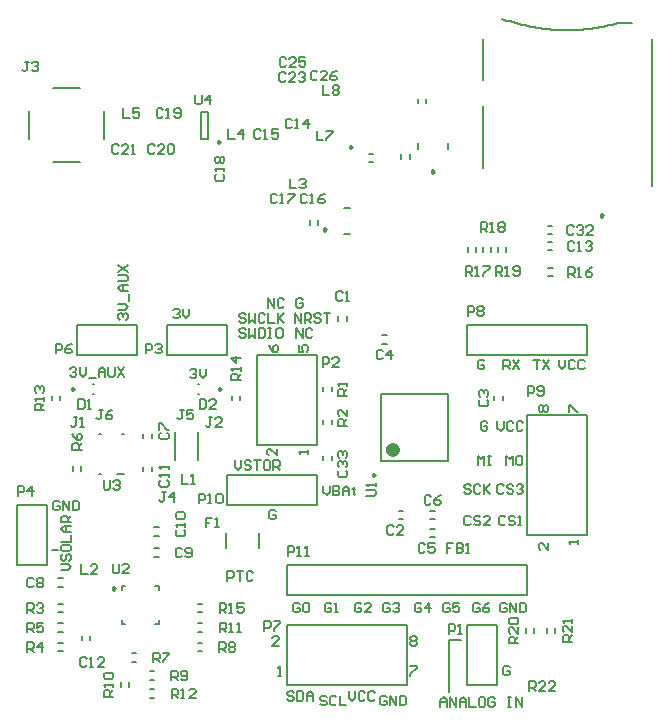
<source format=gto>
G04*
G04 #@! TF.GenerationSoftware,Altium Limited,Altium Designer,20.1.11 (218)*
G04*
G04 Layer_Color=65535*
%FSLAX25Y25*%
%MOIN*%
G70*
G04*
G04 #@! TF.SameCoordinates,CF1E9CB3-0BC2-4E6C-9A0D-545EBE8527ED*
G04*
G04*
G04 #@! TF.FilePolarity,Positive*
G04*
G01*
G75*
%ADD10C,0.00984*%
%ADD11C,0.01000*%
%ADD12C,0.02362*%
%ADD13C,0.00787*%
%ADD14C,0.00600*%
D10*
X177744Y237126D02*
X177006Y237552D01*
Y236700D01*
X177744Y237126D01*
X212717Y385890D02*
X211978Y386316D01*
Y385464D01*
X212717Y385890D01*
X163906Y303500D02*
X163167Y303926D01*
Y303074D01*
X163906Y303500D01*
X213079D02*
X212340Y303926D01*
Y303074D01*
X213079Y303500D01*
X256618Y384150D02*
X255880Y384576D01*
Y383723D01*
X256618Y384150D01*
X264366Y274807D02*
X263628Y275233D01*
Y274381D01*
X264366Y274807D01*
X340409Y361453D02*
X339671Y361879D01*
Y361027D01*
X340409Y361453D01*
X248012Y356744D02*
X247274Y357170D01*
Y356318D01*
X248012Y356744D01*
D11*
X284000Y376000D02*
X283250Y376433D01*
Y375567D01*
X284000Y376000D01*
D12*
X271256Y283370D02*
X270811Y284294D01*
X269812Y284522D01*
X269011Y283882D01*
Y282858D01*
X269812Y282219D01*
X270811Y282447D01*
X271256Y283370D01*
D13*
X306461Y427026D02*
X307411Y426685D01*
X308366Y426359D01*
X309326Y426049D01*
X310291Y425754D01*
X311260Y425474D01*
X312234Y425211D01*
X313213Y424963D01*
X314195Y424731D01*
X315180Y424514D01*
X316169Y424314D01*
X317161Y424130D01*
X318156Y423961D01*
X319154Y423809D01*
X320153Y423672D01*
X321155Y423552D01*
X322159Y423449D01*
X323164Y423361D01*
X324171Y423289D01*
X325178Y423234D01*
X326187Y423195D01*
X327196Y423172D01*
X328204Y423165D01*
X329214Y423175D01*
X330222Y423201D01*
X331230Y423243D01*
X332238Y423302D01*
X333244Y423377D01*
X334249Y423467D01*
X335252Y423574D01*
X336254Y423698D01*
X337253Y423837D01*
X338250Y423993D01*
X339245Y424164D01*
X340236Y424352D01*
X341225Y424555D01*
X342209Y424775D01*
X343191Y425010D01*
X344168Y425261D01*
X345141Y425528D01*
X215000Y265000D02*
X245000D01*
Y275000D01*
X215000D02*
X245000D01*
X215000Y265000D02*
Y275000D01*
X295000Y205000D02*
X305000D01*
X295000D02*
Y225000D01*
X305000D01*
Y205000D02*
Y225000D01*
X225000Y315000D02*
X245000D01*
X225000Y285000D02*
X245000D01*
X225000D02*
Y315000D01*
X245000Y285000D02*
Y315000D01*
Y295833D02*
Y315000D01*
X214488Y250539D02*
Y255461D01*
X225512Y250539D02*
Y255461D01*
X321813Y355122D02*
X323387D01*
X321813Y357878D02*
X323387D01*
X163622Y276213D02*
Y277787D01*
X166378Y276213D02*
Y277787D01*
X178443Y275244D02*
X180510D01*
X172242D02*
X172833D01*
X172242Y288630D02*
X172833D01*
X179919D02*
X180510D01*
X179622Y204213D02*
Y205787D01*
X182378Y204213D02*
Y205787D01*
X179811Y225315D02*
X180933D01*
X179811D02*
Y226437D01*
X191091Y225315D02*
X192213D01*
Y226437D01*
Y236595D02*
Y237717D01*
X191091D02*
X192213D01*
X179811D02*
X180933D01*
X179811Y236595D02*
Y237717D01*
X189862Y276126D02*
Y277701D01*
X187107Y276126D02*
Y277701D01*
X187107Y287126D02*
Y288701D01*
X189862Y287126D02*
Y288701D01*
X206319Y386972D02*
X208681D01*
X206319Y396028D02*
X208681D01*
Y386972D02*
Y396028D01*
X206319Y386972D02*
Y396028D01*
X242622Y358213D02*
Y359787D01*
X245378Y358213D02*
Y359787D01*
X254878Y326213D02*
Y327787D01*
X252122Y326213D02*
Y327787D01*
X262213Y379122D02*
X263787D01*
X262213Y381878D02*
X263787D01*
X272213Y262878D02*
X273787D01*
X272213Y260122D02*
X273787D01*
X300197Y349177D02*
Y350752D01*
X302953Y349177D02*
Y350752D01*
X305197Y349177D02*
Y350752D01*
X307953Y349177D02*
Y350752D01*
X314622Y222213D02*
Y223787D01*
X317378Y222213D02*
Y223787D01*
X321622Y222213D02*
Y223787D01*
X324378Y222213D02*
Y223787D01*
X158713Y225378D02*
X160287D01*
X158713Y222622D02*
X160287D01*
X158713Y216122D02*
X160287D01*
X158713Y218878D02*
X160287D01*
X158713Y237622D02*
X160287D01*
X158713Y240378D02*
X160287D01*
X158760Y229122D02*
X160335D01*
X158760Y231878D02*
X160335D01*
X170303Y301728D02*
X170697D01*
X170303Y305272D02*
X170697D01*
X183213Y215378D02*
X184787D01*
X183213Y212622D02*
X184787D01*
X189213Y206622D02*
X190787D01*
X189213Y209378D02*
X190787D01*
X189213Y203378D02*
X190787D01*
X189213Y200622D02*
X190787D01*
X190713Y254622D02*
X192287D01*
X190713Y257378D02*
X192287D01*
X190713Y247622D02*
X192287D01*
X190713Y250378D02*
X192287D01*
X205213Y216122D02*
X206787D01*
X205213Y218878D02*
X206787D01*
X205213Y222622D02*
X206787D01*
X205213Y225378D02*
X206787D01*
X205213Y229122D02*
X206787D01*
X205213Y231878D02*
X206787D01*
X205303Y305272D02*
X205697D01*
X205303Y301728D02*
X205697D01*
X288579Y279433D02*
Y301874D01*
X266138Y279433D02*
Y301874D01*
X288579D01*
X266138Y279433D02*
X288579D01*
X356650Y371098D02*
Y420114D01*
X300350Y377201D02*
Y397870D01*
Y406531D02*
Y420114D01*
X345142Y425528D02*
X349799D01*
X321913Y343878D02*
X323487D01*
X321913Y341122D02*
X323487D01*
X321813Y352678D02*
X323387D01*
X321813Y349922D02*
X323387D01*
X249878Y279713D02*
Y281287D01*
X247122Y279713D02*
Y281287D01*
Y302713D02*
Y304287D01*
X249878Y302713D02*
Y304287D01*
X254016Y363732D02*
X255984D01*
X254016Y355268D02*
X255984D01*
X282713Y260122D02*
X284287D01*
X282713Y262878D02*
X284287D01*
X295197Y349177D02*
Y350752D01*
X297953Y349177D02*
Y350752D01*
X159378Y299713D02*
Y301287D01*
X156622Y299713D02*
Y301287D01*
X166622Y219713D02*
Y221287D01*
X169378Y219713D02*
Y221287D01*
X197563Y279776D02*
Y289224D01*
X205437Y279776D02*
Y289224D01*
X219378Y299713D02*
Y301287D01*
X216622Y299713D02*
Y301287D01*
X249878Y291713D02*
Y293287D01*
X247122Y291713D02*
Y293287D01*
X282665Y254122D02*
X284240D01*
X282665Y256878D02*
X284240D01*
X266713Y321378D02*
X268287D01*
X266713Y318622D02*
X268287D01*
X306878Y299713D02*
Y301287D01*
X304122Y299713D02*
Y301287D01*
X145000Y245000D02*
Y265000D01*
Y245000D02*
X155000D01*
Y265000D01*
X145000D02*
X155000D01*
X275000Y205000D02*
Y225000D01*
X235000Y205000D02*
Y225000D01*
X275000D01*
X235000Y205000D02*
X275000D01*
X315000Y295000D02*
X335000D01*
X315000Y255000D02*
X335000D01*
X315000D02*
Y295000D01*
X335000Y255000D02*
Y295000D01*
X156874Y379098D02*
X166126D01*
X149098Y386874D02*
Y396126D01*
X156874Y403902D02*
X166126D01*
X173902Y386874D02*
Y396126D01*
X235000Y245000D02*
X315000D01*
X235000Y235000D02*
Y245000D01*
Y235000D02*
X315000D01*
Y245000D01*
X165000Y315000D02*
Y325000D01*
X185000D01*
Y315000D02*
Y325000D01*
X165000Y315000D02*
X185000D01*
X215000D02*
Y325000D01*
X195000Y315000D02*
X215000D01*
X195000D02*
Y325000D01*
X215000D01*
X295000Y315000D02*
Y325000D01*
X335000D01*
X295000Y315000D02*
X335000D01*
Y325000D01*
X278622Y398713D02*
Y400287D01*
X281378Y398713D02*
Y400287D01*
X275878Y380213D02*
Y381787D01*
X273122Y380213D02*
Y381787D01*
D14*
X156500Y250000D02*
X158500D01*
X289000Y220000D02*
X293000D01*
X289000Y202500D02*
Y220000D01*
X288500Y383500D02*
Y385500D01*
X278500Y383500D02*
Y385500D01*
X179201Y326600D02*
X178668Y327133D01*
Y328200D01*
X179201Y328733D01*
X179734D01*
X180267Y328200D01*
Y327666D01*
Y328200D01*
X180800Y328733D01*
X181334D01*
X181867Y328200D01*
Y327133D01*
X181334Y326600D01*
X178668Y329799D02*
X180800D01*
X181867Y330865D01*
X180800Y331932D01*
X178668D01*
X182400Y332998D02*
Y335131D01*
X181867Y336197D02*
X179734D01*
X178668Y337263D01*
X179734Y338330D01*
X181867D01*
X180267D01*
Y336197D01*
X178668Y339396D02*
X181334D01*
X181867Y339929D01*
Y340995D01*
X181334Y341529D01*
X178668D01*
Y342595D02*
X181867Y344727D01*
X178668D02*
X181867Y342595D01*
X217600Y279799D02*
Y277666D01*
X218666Y276600D01*
X219733Y277666D01*
Y279799D01*
X222932Y279266D02*
X222398Y279799D01*
X221332D01*
X220799Y279266D01*
Y278733D01*
X221332Y278200D01*
X222398D01*
X222932Y277666D01*
Y277133D01*
X222398Y276600D01*
X221332D01*
X220799Y277133D01*
X223998Y279799D02*
X226131D01*
X225064D01*
Y276600D01*
X228796Y279799D02*
X227730D01*
X227197Y279266D01*
Y277133D01*
X227730Y276600D01*
X228796D01*
X229330Y277133D01*
Y279266D01*
X228796Y279799D01*
X230396Y276600D02*
Y279799D01*
X231995D01*
X232528Y279266D01*
Y278200D01*
X231995Y277666D01*
X230396D01*
X231462D02*
X232528Y276600D01*
X247100Y271299D02*
Y269166D01*
X248166Y268100D01*
X249233Y269166D01*
Y271299D01*
X250299D02*
Y268100D01*
X251899D01*
X252432Y268633D01*
Y269166D01*
X251899Y269700D01*
X250299D01*
X251899D01*
X252432Y270233D01*
Y270766D01*
X251899Y271299D01*
X250299D01*
X253498Y268100D02*
Y270233D01*
X254564Y271299D01*
X255631Y270233D01*
Y268100D01*
Y269700D01*
X253498D01*
X257230Y270766D02*
Y270233D01*
X256697D01*
X257763D01*
X257230D01*
Y268633D01*
X257763Y268100D01*
X231233Y262766D02*
X230699Y263299D01*
X229633D01*
X229100Y262766D01*
Y260633D01*
X229633Y260100D01*
X230699D01*
X231233Y260633D01*
Y261700D01*
X230166D01*
X159701Y243100D02*
X161834D01*
X162900Y244166D01*
X161834Y245233D01*
X159701D01*
X160234Y248432D02*
X159701Y247899D01*
Y246832D01*
X160234Y246299D01*
X160767D01*
X161301Y246832D01*
Y247899D01*
X161834Y248432D01*
X162367D01*
X162900Y247899D01*
Y246832D01*
X162367Y246299D01*
X159701Y251097D02*
Y250031D01*
X160234Y249498D01*
X162367D01*
X162900Y250031D01*
Y251097D01*
X162367Y251631D01*
X160234D01*
X159701Y251097D01*
Y252697D02*
X162900D01*
Y254830D01*
Y255896D02*
X160767D01*
X159701Y256962D01*
X160767Y258029D01*
X162900D01*
X161301D01*
Y255896D01*
X162900Y259095D02*
X159701D01*
Y260694D01*
X160234Y261227D01*
X161301D01*
X161834Y260694D01*
Y259095D01*
Y260161D02*
X162900Y261227D01*
X159233Y265766D02*
X158700Y266299D01*
X157633D01*
X157100Y265766D01*
Y263633D01*
X157633Y263100D01*
X158700D01*
X159233Y263633D01*
Y264700D01*
X158166D01*
X160299Y263100D02*
Y266299D01*
X162432Y263100D01*
Y266299D01*
X163498D02*
Y263100D01*
X165097D01*
X165631Y263633D01*
Y265766D01*
X165097Y266299D01*
X163498D01*
X300733Y312766D02*
X300200Y313299D01*
X299133D01*
X298600Y312766D01*
Y310633D01*
X299133Y310100D01*
X300200D01*
X300733Y310633D01*
Y311700D01*
X299666D01*
X307100Y310100D02*
Y313299D01*
X308699D01*
X309233Y312766D01*
Y311700D01*
X308699Y311166D01*
X307100D01*
X308166D02*
X309233Y310100D01*
X310299Y313299D02*
X312432Y310100D01*
Y313299D02*
X310299Y310100D01*
X317100Y313299D02*
X319233D01*
X318166D01*
Y310100D01*
X320299Y313299D02*
X322432Y310100D01*
Y313299D02*
X320299Y310100D01*
X325600Y313299D02*
Y311166D01*
X326666Y310100D01*
X327733Y311166D01*
Y313299D01*
X330932Y312766D02*
X330399Y313299D01*
X329332D01*
X328799Y312766D01*
Y310633D01*
X329332Y310100D01*
X330399D01*
X330932Y310633D01*
X334131Y312766D02*
X333597Y313299D01*
X332531D01*
X331998Y312766D01*
Y310633D01*
X332531Y310100D01*
X333597D01*
X334131Y310633D01*
X301733Y292266D02*
X301200Y292799D01*
X300133D01*
X299600Y292266D01*
Y290133D01*
X300133Y289600D01*
X301200D01*
X301733Y290133D01*
Y291199D01*
X300666D01*
X305100Y292799D02*
Y290666D01*
X306166Y289600D01*
X307233Y290666D01*
Y292799D01*
X310432Y292266D02*
X309898Y292799D01*
X308832D01*
X308299Y292266D01*
Y290133D01*
X308832Y289600D01*
X309898D01*
X310432Y290133D01*
X313631Y292266D02*
X313097Y292799D01*
X312031D01*
X311498Y292266D01*
Y290133D01*
X312031Y289600D01*
X313097D01*
X313631Y290133D01*
X298600Y278100D02*
Y281299D01*
X299666Y280233D01*
X300733Y281299D01*
Y278100D01*
X301799Y281299D02*
X302865D01*
X302332D01*
Y278100D01*
X301799D01*
X302865D01*
X308100D02*
Y281299D01*
X309166Y280233D01*
X310233Y281299D01*
Y278100D01*
X312898Y281299D02*
X311832D01*
X311299Y280766D01*
Y278633D01*
X311832Y278100D01*
X312898D01*
X313432Y278633D01*
Y280766D01*
X312898Y281299D01*
X296233Y271266D02*
X295700Y271799D01*
X294633D01*
X294100Y271266D01*
Y270733D01*
X294633Y270199D01*
X295700D01*
X296233Y269666D01*
Y269133D01*
X295700Y268600D01*
X294633D01*
X294100Y269133D01*
X299432Y271266D02*
X298899Y271799D01*
X297832D01*
X297299Y271266D01*
Y269133D01*
X297832Y268600D01*
X298899D01*
X299432Y269133D01*
X300498Y271799D02*
Y268600D01*
Y269666D01*
X302631Y271799D01*
X301031Y270199D01*
X302631Y268600D01*
X307233Y271266D02*
X306699Y271799D01*
X305633D01*
X305100Y271266D01*
Y269133D01*
X305633Y268600D01*
X306699D01*
X307233Y269133D01*
X310432Y271266D02*
X309898Y271799D01*
X308832D01*
X308299Y271266D01*
Y270733D01*
X308832Y270199D01*
X309898D01*
X310432Y269666D01*
Y269133D01*
X309898Y268600D01*
X308832D01*
X308299Y269133D01*
X311498Y271266D02*
X312031Y271799D01*
X313097D01*
X313631Y271266D01*
Y270733D01*
X313097Y270199D01*
X312564D01*
X313097D01*
X313631Y269666D01*
Y269133D01*
X313097Y268600D01*
X312031D01*
X311498Y269133D01*
X296233Y260766D02*
X295700Y261299D01*
X294633D01*
X294100Y260766D01*
Y258633D01*
X294633Y258100D01*
X295700D01*
X296233Y258633D01*
X299432Y260766D02*
X298899Y261299D01*
X297832D01*
X297299Y260766D01*
Y260233D01*
X297832Y259700D01*
X298899D01*
X299432Y259166D01*
Y258633D01*
X298899Y258100D01*
X297832D01*
X297299Y258633D01*
X302631Y258100D02*
X300498D01*
X302631Y260233D01*
Y260766D01*
X302097Y261299D01*
X301031D01*
X300498Y260766D01*
X307733D02*
X307200Y261299D01*
X306133D01*
X305600Y260766D01*
Y258633D01*
X306133Y258100D01*
X307200D01*
X307733Y258633D01*
X310932Y260766D02*
X310399Y261299D01*
X309332D01*
X308799Y260766D01*
Y260233D01*
X309332Y259700D01*
X310399D01*
X310932Y259166D01*
Y258633D01*
X310399Y258100D01*
X309332D01*
X308799Y258633D01*
X311998Y258100D02*
X313064D01*
X312531D01*
Y261299D01*
X311998Y260766D01*
X309233Y210766D02*
X308699Y211299D01*
X307633D01*
X307100Y210766D01*
Y208633D01*
X307633Y208100D01*
X308699D01*
X309233Y208633D01*
Y209700D01*
X308166D01*
X308233Y231766D02*
X307699Y232299D01*
X306633D01*
X306100Y231766D01*
Y229633D01*
X306633Y229100D01*
X307699D01*
X308233Y229633D01*
Y230699D01*
X307166D01*
X309299Y229100D02*
Y232299D01*
X311432Y229100D01*
Y232299D01*
X312498D02*
Y229100D01*
X314097D01*
X314631Y229633D01*
Y231766D01*
X314097Y232299D01*
X312498D01*
X299233Y231766D02*
X298699Y232299D01*
X297633D01*
X297100Y231766D01*
Y229633D01*
X297633Y229100D01*
X298699D01*
X299233Y229633D01*
Y230699D01*
X298166D01*
X302432Y232299D02*
X301365Y231766D01*
X300299Y230699D01*
Y229633D01*
X300832Y229100D01*
X301899D01*
X302432Y229633D01*
Y230166D01*
X301899Y230699D01*
X300299D01*
X289233Y231766D02*
X288700Y232299D01*
X287633D01*
X287100Y231766D01*
Y229633D01*
X287633Y229100D01*
X288700D01*
X289233Y229633D01*
Y230699D01*
X288166D01*
X292432Y232299D02*
X290299D01*
Y230699D01*
X291365Y231233D01*
X291898D01*
X292432Y230699D01*
Y229633D01*
X291898Y229100D01*
X290832D01*
X290299Y229633D01*
X279733Y231766D02*
X279200Y232299D01*
X278133D01*
X277600Y231766D01*
Y229633D01*
X278133Y229100D01*
X279200D01*
X279733Y229633D01*
Y230699D01*
X278666D01*
X282399Y229100D02*
Y232299D01*
X280799Y230699D01*
X282932D01*
X269233Y231766D02*
X268700Y232299D01*
X267633D01*
X267100Y231766D01*
Y229633D01*
X267633Y229100D01*
X268700D01*
X269233Y229633D01*
Y230699D01*
X268166D01*
X270299Y231766D02*
X270832Y232299D01*
X271899D01*
X272432Y231766D01*
Y231233D01*
X271899Y230699D01*
X271365D01*
X271899D01*
X272432Y230166D01*
Y229633D01*
X271899Y229100D01*
X270832D01*
X270299Y229633D01*
X259733Y231766D02*
X259200Y232299D01*
X258133D01*
X257600Y231766D01*
Y229633D01*
X258133Y229100D01*
X259200D01*
X259733Y229633D01*
Y230699D01*
X258666D01*
X262932Y229100D02*
X260799D01*
X262932Y231233D01*
Y231766D01*
X262399Y232299D01*
X261332D01*
X260799Y231766D01*
X249733D02*
X249200Y232299D01*
X248133D01*
X247600Y231766D01*
Y229633D01*
X248133Y229100D01*
X249200D01*
X249733Y229633D01*
Y230699D01*
X248666D01*
X250799Y229100D02*
X251865D01*
X251332D01*
Y232299D01*
X250799Y231766D01*
X239233D02*
X238700Y232299D01*
X237633D01*
X237100Y231766D01*
Y229633D01*
X237633Y229100D01*
X238700D01*
X239233Y229633D01*
Y230699D01*
X238166D01*
X240299Y231766D02*
X240832Y232299D01*
X241898D01*
X242432Y231766D01*
Y229633D01*
X241898Y229100D01*
X240832D01*
X240299Y229633D01*
Y231766D01*
X286100Y197600D02*
Y199733D01*
X287166Y200799D01*
X288233Y199733D01*
Y197600D01*
Y199199D01*
X286100D01*
X289299Y197600D02*
Y200799D01*
X291432Y197600D01*
Y200799D01*
X292498Y197600D02*
Y199733D01*
X293564Y200799D01*
X294631Y199733D01*
Y197600D01*
Y199199D01*
X292498D01*
X295697Y200799D02*
Y197600D01*
X297830D01*
X300495Y200799D02*
X299429D01*
X298896Y200266D01*
Y198133D01*
X299429Y197600D01*
X300495D01*
X301028Y198133D01*
Y200266D01*
X300495Y200799D01*
X304227Y200266D02*
X303694Y200799D01*
X302628D01*
X302095Y200266D01*
Y198133D01*
X302628Y197600D01*
X303694D01*
X304227Y198133D01*
Y199199D01*
X303161D01*
X308493Y200799D02*
X309559D01*
X309026D01*
Y197600D01*
X308493D01*
X309559D01*
X311159D02*
Y200799D01*
X313291Y197600D01*
Y200799D01*
X268233Y200766D02*
X267700Y201299D01*
X266633D01*
X266100Y200766D01*
Y198633D01*
X266633Y198100D01*
X267700D01*
X268233Y198633D01*
Y199699D01*
X267166D01*
X269299Y198100D02*
Y201299D01*
X271432Y198100D01*
Y201299D01*
X272498D02*
Y198100D01*
X274097D01*
X274631Y198633D01*
Y200766D01*
X274097Y201299D01*
X272498D01*
X255600Y202799D02*
Y200666D01*
X256666Y199600D01*
X257733Y200666D01*
Y202799D01*
X260932Y202266D02*
X260399Y202799D01*
X259332D01*
X258799Y202266D01*
Y200133D01*
X259332Y199600D01*
X260399D01*
X260932Y200133D01*
X264131Y202266D02*
X263597Y202799D01*
X262531D01*
X261998Y202266D01*
Y200133D01*
X262531Y199600D01*
X263597D01*
X264131Y200133D01*
X248233Y200766D02*
X247699Y201299D01*
X246633D01*
X246100Y200766D01*
Y200233D01*
X246633Y199699D01*
X247699D01*
X248233Y199166D01*
Y198633D01*
X247699Y198100D01*
X246633D01*
X246100Y198633D01*
X251432Y200766D02*
X250899Y201299D01*
X249832D01*
X249299Y200766D01*
Y198633D01*
X249832Y198100D01*
X250899D01*
X251432Y198633D01*
X252498Y201299D02*
Y198100D01*
X254631D01*
X237233Y202266D02*
X236700Y202799D01*
X235633D01*
X235100Y202266D01*
Y201733D01*
X235633Y201200D01*
X236700D01*
X237233Y200666D01*
Y200133D01*
X236700Y199600D01*
X235633D01*
X235100Y200133D01*
X238299Y202799D02*
Y199600D01*
X239898D01*
X240432Y200133D01*
Y202266D01*
X239898Y202799D01*
X238299D01*
X241498Y199600D02*
Y201733D01*
X242564Y202799D01*
X243631Y201733D01*
Y199600D01*
Y201200D01*
X241498D01*
X228600Y330600D02*
Y333799D01*
X230733Y330600D01*
Y333799D01*
X233932Y333266D02*
X233399Y333799D01*
X232332D01*
X231799Y333266D01*
Y331133D01*
X232332Y330600D01*
X233399D01*
X233932Y331133D01*
X221233Y323266D02*
X220700Y323799D01*
X219633D01*
X219100Y323266D01*
Y322733D01*
X219633Y322200D01*
X220700D01*
X221233Y321666D01*
Y321133D01*
X220700Y320600D01*
X219633D01*
X219100Y321133D01*
X222299Y323799D02*
Y320600D01*
X223365Y321666D01*
X224432Y320600D01*
Y323799D01*
X225498D02*
Y320600D01*
X227097D01*
X227631Y321133D01*
Y323266D01*
X227097Y323799D01*
X225498D01*
X228697D02*
X229763D01*
X229230D01*
Y320600D01*
X228697D01*
X229763D01*
X232962Y323799D02*
X231896D01*
X231363Y323266D01*
Y321133D01*
X231896Y320600D01*
X232962D01*
X233495Y321133D01*
Y323266D01*
X232962Y323799D01*
X221233Y328266D02*
X220700Y328799D01*
X219633D01*
X219100Y328266D01*
Y327733D01*
X219633Y327200D01*
X220700D01*
X221233Y326666D01*
Y326133D01*
X220700Y325600D01*
X219633D01*
X219100Y326133D01*
X222299Y328799D02*
Y325600D01*
X223365Y326666D01*
X224432Y325600D01*
Y328799D01*
X227631Y328266D02*
X227097Y328799D01*
X226031D01*
X225498Y328266D01*
Y326133D01*
X226031Y325600D01*
X227097D01*
X227631Y326133D01*
X228697Y328799D02*
Y325600D01*
X230830D01*
X231896Y328799D02*
Y325600D01*
Y326666D01*
X234029Y328799D01*
X232429Y327200D01*
X234029Y325600D01*
X238100Y320600D02*
Y323799D01*
X240233Y320600D01*
Y323799D01*
X243432Y323266D02*
X242899Y323799D01*
X241832D01*
X241299Y323266D01*
Y321133D01*
X241832Y320600D01*
X242899D01*
X243432Y321133D01*
X237600Y325600D02*
Y328799D01*
X239733Y325600D01*
Y328799D01*
X240799Y325600D02*
Y328799D01*
X242399D01*
X242932Y328266D01*
Y327200D01*
X242399Y326666D01*
X240799D01*
X241865D02*
X242932Y325600D01*
X246131Y328266D02*
X245597Y328799D01*
X244531D01*
X243998Y328266D01*
Y327733D01*
X244531Y327200D01*
X245597D01*
X246131Y326666D01*
Y326133D01*
X245597Y325600D01*
X244531D01*
X243998Y326133D01*
X247197Y328799D02*
X249330D01*
X248263D01*
Y325600D01*
X240233Y333266D02*
X239700Y333799D01*
X238633D01*
X238100Y333266D01*
Y331133D01*
X238633Y330600D01*
X239700D01*
X240233Y331133D01*
Y332200D01*
X239166D01*
X228801Y318133D02*
X229334Y317066D01*
X230400Y316000D01*
X231467D01*
X232000Y316533D01*
Y317600D01*
X231467Y318133D01*
X230934D01*
X230400Y317600D01*
Y316000D01*
X238801Y318133D02*
Y316000D01*
X240401D01*
X239867Y317066D01*
Y317600D01*
X240401Y318133D01*
X241467D01*
X242000Y317600D01*
Y316533D01*
X241467Y316000D01*
X231500Y283633D02*
Y281500D01*
X229367Y283633D01*
X228834D01*
X228301Y283100D01*
Y282033D01*
X228834Y281500D01*
X242000Y282000D02*
Y283066D01*
Y282533D01*
X238801D01*
X239334Y282000D01*
X215100Y239600D02*
Y242799D01*
X216700D01*
X217233Y242266D01*
Y241199D01*
X216700Y240666D01*
X215100D01*
X218299Y242799D02*
X220432D01*
X219365D01*
Y239600D01*
X223631Y242266D02*
X223097Y242799D01*
X222031D01*
X221498Y242266D01*
Y240133D01*
X222031Y239600D01*
X223097D01*
X223631Y240133D01*
X276000Y220666D02*
X276533Y221199D01*
X277600D01*
X278133Y220666D01*
Y220133D01*
X277600Y219600D01*
X278133Y219066D01*
Y218533D01*
X277600Y218000D01*
X276533D01*
X276000Y218533D01*
Y219066D01*
X276533Y219600D01*
X276000Y220133D01*
Y220666D01*
X276533Y219600D02*
X277600D01*
X276000Y211199D02*
X278133D01*
Y210666D01*
X276000Y208533D01*
Y208000D01*
X232000D02*
X233066D01*
X232533D01*
Y211199D01*
X232000Y210666D01*
X232133Y218000D02*
X230000D01*
X232133Y220133D01*
Y220666D01*
X231599Y221199D01*
X230533D01*
X230000Y220666D01*
X319334Y296000D02*
X318801Y296533D01*
Y297600D01*
X319334Y298133D01*
X319867D01*
X320401Y297600D01*
X320934Y298133D01*
X321467D01*
X322000Y297600D01*
Y296533D01*
X321467Y296000D01*
X320934D01*
X320401Y296533D01*
X319867Y296000D01*
X319334D01*
X320401Y296533D02*
Y297600D01*
X328801Y296000D02*
Y298133D01*
X329334D01*
X331467Y296000D01*
X332000D01*
Y252000D02*
Y253066D01*
Y252533D01*
X328801D01*
X329334Y252000D01*
X322000Y252133D02*
Y250000D01*
X319867Y252133D01*
X319334D01*
X318801Y251600D01*
Y250533D01*
X319334Y250000D01*
X202600Y309766D02*
X203133Y310299D01*
X204200D01*
X204733Y309766D01*
Y309233D01*
X204200Y308699D01*
X203666D01*
X204200D01*
X204733Y308166D01*
Y307633D01*
X204200Y307100D01*
X203133D01*
X202600Y307633D01*
X205799Y310299D02*
Y308166D01*
X206865Y307100D01*
X207932Y308166D01*
Y310299D01*
X197100Y329766D02*
X197633Y330299D01*
X198699D01*
X199233Y329766D01*
Y329233D01*
X198699Y328699D01*
X198166D01*
X198699D01*
X199233Y328166D01*
Y327633D01*
X198699Y327100D01*
X197633D01*
X197100Y327633D01*
X200299Y330299D02*
Y328166D01*
X201365Y327100D01*
X202432Y328166D01*
Y330299D01*
X162600Y310299D02*
X163133Y310832D01*
X164199D01*
X164733Y310299D01*
Y309766D01*
X164199Y309233D01*
X163666D01*
X164199D01*
X164733Y308699D01*
Y308166D01*
X164199Y307633D01*
X163133D01*
X162600Y308166D01*
X165799Y310832D02*
Y308699D01*
X166865Y307633D01*
X167932Y308699D01*
Y310832D01*
X168998Y307100D02*
X171131D01*
X172197Y307633D02*
Y309766D01*
X173263Y310832D01*
X174329Y309766D01*
Y307633D01*
Y309233D01*
X172197D01*
X175396Y310832D02*
Y308166D01*
X175929Y307633D01*
X176995D01*
X177529Y308166D01*
Y310832D01*
X178595D02*
X180728Y307633D01*
Y310832D02*
X178595Y307633D01*
X210000Y260599D02*
X207867D01*
Y259000D01*
X208934D01*
X207867D01*
Y257400D01*
X211066D02*
X212133D01*
X211599D01*
Y260599D01*
X211066Y260066D01*
X235200Y248000D02*
Y251199D01*
X236800D01*
X237333Y250666D01*
Y249600D01*
X236800Y249066D01*
X235200D01*
X238399Y248000D02*
X239465D01*
X238932D01*
Y251199D01*
X238399Y250666D01*
X241065Y248000D02*
X242131D01*
X241598D01*
Y251199D01*
X241065Y250666D01*
X315735Y202901D02*
Y206100D01*
X317334D01*
X317867Y205566D01*
Y204500D01*
X317334Y203967D01*
X315735D01*
X316801D02*
X317867Y202901D01*
X321066D02*
X318934D01*
X321066Y205033D01*
Y205566D01*
X320533Y206100D01*
X319467D01*
X318934Y205566D01*
X324265Y202901D02*
X322133D01*
X324265Y205033D01*
Y205566D01*
X323732Y206100D01*
X322666D01*
X322133Y205566D01*
X330100Y219268D02*
X326901D01*
Y220867D01*
X327434Y221400D01*
X328500D01*
X329033Y220867D01*
Y219268D01*
Y220334D02*
X330100Y221400D01*
Y224600D02*
Y222467D01*
X327967Y224600D01*
X327434D01*
X326901Y224066D01*
Y223000D01*
X327434Y222467D01*
X330100Y225666D02*
Y226732D01*
Y226199D01*
X326901D01*
X327434Y225666D01*
X312100Y218735D02*
X308900D01*
Y220334D01*
X309434Y220867D01*
X310500D01*
X311033Y220334D01*
Y218735D01*
Y219801D02*
X312100Y220867D01*
Y224066D02*
Y221934D01*
X309967Y224066D01*
X309434D01*
X308900Y223533D01*
Y222467D01*
X309434Y221934D01*
Y225133D02*
X308900Y225666D01*
Y226732D01*
X309434Y227265D01*
X311566D01*
X312100Y226732D01*
Y225666D01*
X311566Y225133D01*
X309434D01*
X205501Y265401D02*
Y268600D01*
X207101D01*
X207634Y268066D01*
Y267000D01*
X207101Y266467D01*
X205501D01*
X208700Y265401D02*
X209767D01*
X209233D01*
Y268600D01*
X208700Y268066D01*
X211366D02*
X211899Y268600D01*
X212965D01*
X213499Y268066D01*
Y265934D01*
X212965Y265401D01*
X211899D01*
X211366Y265934D01*
Y268066D01*
X315200Y301300D02*
Y304499D01*
X316799D01*
X317333Y303966D01*
Y302900D01*
X316799Y302366D01*
X315200D01*
X318399Y301833D02*
X318932Y301300D01*
X319999D01*
X320532Y301833D01*
Y303966D01*
X319999Y304499D01*
X318932D01*
X318399Y303966D01*
Y303433D01*
X318932Y302900D01*
X320532D01*
X295200Y328000D02*
Y331199D01*
X296799D01*
X297333Y330666D01*
Y329599D01*
X296799Y329066D01*
X295200D01*
X298399Y330666D02*
X298932Y331199D01*
X299998D01*
X300532Y330666D01*
Y330133D01*
X299998Y329599D01*
X300532Y329066D01*
Y328533D01*
X299998Y328000D01*
X298932D01*
X298399Y328533D01*
Y329066D01*
X298932Y329599D01*
X298399Y330133D01*
Y330666D01*
X298932Y329599D02*
X299998D01*
X227334Y222901D02*
Y226099D01*
X228934D01*
X229467Y225566D01*
Y224500D01*
X228934Y223967D01*
X227334D01*
X230533Y226099D02*
X232666D01*
Y225566D01*
X230533Y223434D01*
Y222901D01*
X252434Y276367D02*
X251901Y275834D01*
Y274768D01*
X252434Y274235D01*
X254566D01*
X255100Y274768D01*
Y275834D01*
X254566Y276367D01*
X252434Y277434D02*
X251901Y277967D01*
Y279033D01*
X252434Y279566D01*
X252967D01*
X253500Y279033D01*
Y278500D01*
Y279033D01*
X254033Y279566D01*
X254566D01*
X255100Y279033D01*
Y277967D01*
X254566Y277434D01*
X252434Y280633D02*
X251901Y281166D01*
Y282232D01*
X252434Y282765D01*
X252967D01*
X253500Y282232D01*
Y281699D01*
Y282232D01*
X254033Y282765D01*
X254566D01*
X255100Y282232D01*
Y281166D01*
X254566Y280633D01*
X330467Y357566D02*
X329934Y358100D01*
X328868D01*
X328335Y357566D01*
Y355434D01*
X328868Y354901D01*
X329934D01*
X330467Y355434D01*
X331534Y357566D02*
X332067Y358100D01*
X333133D01*
X333666Y357566D01*
Y357033D01*
X333133Y356500D01*
X332600D01*
X333133D01*
X333666Y355967D01*
Y355434D01*
X333133Y354901D01*
X332067D01*
X331534Y355434D01*
X336865Y354901D02*
X334733D01*
X336865Y357033D01*
Y357566D01*
X336332Y358100D01*
X335266D01*
X334733Y357566D01*
X173467Y296600D02*
X172400D01*
X172934D01*
Y293934D01*
X172400Y293401D01*
X171867D01*
X171334Y293934D01*
X176666Y296600D02*
X175600Y296066D01*
X174533Y295000D01*
Y293934D01*
X175066Y293401D01*
X176133D01*
X176666Y293934D01*
Y294467D01*
X176133Y295000D01*
X174533D01*
X200467Y296600D02*
X199400D01*
X199934D01*
Y293934D01*
X199400Y293401D01*
X198867D01*
X198334Y293934D01*
X203666Y296600D02*
X201533D01*
Y295000D01*
X202600Y295533D01*
X203133D01*
X203666Y295000D01*
Y293934D01*
X203133Y293401D01*
X202066D01*
X201533Y293934D01*
X194467Y269099D02*
X193401D01*
X193934D01*
Y266434D01*
X193401Y265900D01*
X192867D01*
X192334Y266434D01*
X197133Y265900D02*
Y269099D01*
X195533Y267500D01*
X197666D01*
X204334Y401600D02*
Y398934D01*
X204867Y398400D01*
X205934D01*
X206467Y398934D01*
Y401600D01*
X209133Y398400D02*
Y401600D01*
X207533Y400000D01*
X209666D01*
X173834Y273099D02*
Y270434D01*
X174367Y269900D01*
X175434D01*
X175967Y270434D01*
Y273099D01*
X177033Y272566D02*
X177566Y273099D01*
X178633D01*
X179166Y272566D01*
Y272033D01*
X178633Y271500D01*
X178100D01*
X178633D01*
X179166Y270967D01*
Y270434D01*
X178633Y269900D01*
X177566D01*
X177033Y270434D01*
X176900Y245299D02*
Y242633D01*
X177433Y242100D01*
X178499D01*
X179033Y242633D01*
Y245299D01*
X182232Y242100D02*
X180099D01*
X182232Y244233D01*
Y244766D01*
X181699Y245299D01*
X180632D01*
X180099Y244766D01*
X261401Y267867D02*
X264066D01*
X264599Y268401D01*
Y269467D01*
X264066Y270000D01*
X261401D01*
X264599Y271066D02*
Y272133D01*
Y271600D01*
X261401D01*
X261934Y271066D01*
X304576Y341365D02*
Y344564D01*
X306176D01*
X306709Y344031D01*
Y342965D01*
X306176Y342431D01*
X304576D01*
X305642D02*
X306709Y341365D01*
X307775D02*
X308841D01*
X308308D01*
Y344564D01*
X307775Y344031D01*
X310441Y341898D02*
X310974Y341365D01*
X312040D01*
X312574Y341898D01*
Y344031D01*
X312040Y344564D01*
X310974D01*
X310441Y344031D01*
Y343498D01*
X310974Y342965D01*
X312574D01*
X299576Y355865D02*
Y359064D01*
X301176D01*
X301709Y358531D01*
Y357465D01*
X301176Y356931D01*
X299576D01*
X300642D02*
X301709Y355865D01*
X302775D02*
X303841D01*
X303308D01*
Y359064D01*
X302775Y358531D01*
X305441D02*
X305974Y359064D01*
X307040D01*
X307574Y358531D01*
Y357998D01*
X307040Y357465D01*
X307574Y356931D01*
Y356398D01*
X307040Y355865D01*
X305974D01*
X305441Y356398D01*
Y356931D01*
X305974Y357465D01*
X305441Y357998D01*
Y358531D01*
X305974Y357465D02*
X307040D01*
X294576Y341365D02*
Y344564D01*
X296176D01*
X296709Y344031D01*
Y342965D01*
X296176Y342431D01*
X294576D01*
X295642D02*
X296709Y341365D01*
X297775D02*
X298841D01*
X298308D01*
Y344564D01*
X297775Y344031D01*
X300441Y344564D02*
X302573D01*
Y344031D01*
X300441Y341898D01*
Y341365D01*
X328701Y340900D02*
Y344099D01*
X330301D01*
X330834Y343566D01*
Y342500D01*
X330301Y341967D01*
X328701D01*
X329768D02*
X330834Y340900D01*
X331900D02*
X332967D01*
X332433D01*
Y344099D01*
X331900Y343566D01*
X336699Y344099D02*
X335632Y343566D01*
X334566Y342500D01*
Y341434D01*
X335099Y340900D01*
X336165D01*
X336699Y341434D01*
Y341967D01*
X336165Y342500D01*
X334566D01*
X212501Y228901D02*
Y232100D01*
X214101D01*
X214634Y231566D01*
Y230500D01*
X214101Y229967D01*
X212501D01*
X213568D02*
X214634Y228901D01*
X215700D02*
X216767D01*
X216233D01*
Y232100D01*
X215700Y231566D01*
X220499Y232100D02*
X218366D01*
Y230500D01*
X219432Y231033D01*
X219966D01*
X220499Y230500D01*
Y229434D01*
X219966Y228901D01*
X218899D01*
X218366Y229434D01*
X219600Y306501D02*
X216401D01*
Y308101D01*
X216934Y308634D01*
X218000D01*
X218533Y308101D01*
Y306501D01*
Y307568D02*
X219600Y308634D01*
Y309700D02*
Y310767D01*
Y310233D01*
X216401D01*
X216934Y309700D01*
X219600Y313966D02*
X216401D01*
X218000Y312366D01*
Y314499D01*
X154100Y296501D02*
X150900D01*
Y298101D01*
X151434Y298634D01*
X152500D01*
X153033Y298101D01*
Y296501D01*
Y297568D02*
X154100Y298634D01*
Y299700D02*
Y300767D01*
Y300233D01*
X150900D01*
X151434Y299700D01*
Y302366D02*
X150900Y302899D01*
Y303965D01*
X151434Y304499D01*
X151967D01*
X152500Y303965D01*
Y303432D01*
Y303965D01*
X153033Y304499D01*
X153566D01*
X154100Y303965D01*
Y302899D01*
X153566Y302366D01*
X196501Y200400D02*
Y203600D01*
X198101D01*
X198634Y203066D01*
Y202000D01*
X198101Y201467D01*
X196501D01*
X197568D02*
X198634Y200400D01*
X199700D02*
X200767D01*
X200233D01*
Y203600D01*
X199700Y203066D01*
X204499Y200400D02*
X202366D01*
X204499Y202533D01*
Y203066D01*
X203966Y203600D01*
X202899D01*
X202366Y203066D01*
X212534Y222400D02*
Y225600D01*
X214134D01*
X214667Y225066D01*
Y224000D01*
X214134Y223467D01*
X212534D01*
X213601D02*
X214667Y222400D01*
X215733D02*
X216800D01*
X216267D01*
Y225600D01*
X215733Y225066D01*
X218399Y222400D02*
X219465D01*
X218932D01*
Y225600D01*
X218399Y225066D01*
X177100Y201001D02*
X173900D01*
Y202601D01*
X174434Y203134D01*
X175500D01*
X176033Y202601D01*
Y201001D01*
Y202068D02*
X177100Y203134D01*
Y204200D02*
Y205267D01*
Y204733D01*
X173900D01*
X174434Y204200D01*
Y206866D02*
X173900Y207399D01*
Y208466D01*
X174434Y208999D01*
X176566D01*
X177100Y208466D01*
Y207399D01*
X176566Y206866D01*
X174434D01*
X196334Y206400D02*
Y209599D01*
X197934D01*
X198467Y209066D01*
Y208000D01*
X197934Y207467D01*
X196334D01*
X197400D02*
X198467Y206400D01*
X199533Y206934D02*
X200066Y206400D01*
X201133D01*
X201666Y206934D01*
Y209066D01*
X201133Y209599D01*
X200066D01*
X199533Y209066D01*
Y208533D01*
X200066Y208000D01*
X201666D01*
X212334Y215900D02*
Y219099D01*
X213934D01*
X214467Y218566D01*
Y217500D01*
X213934Y216967D01*
X212334D01*
X213401D02*
X214467Y215900D01*
X215533Y218566D02*
X216066Y219099D01*
X217133D01*
X217666Y218566D01*
Y218033D01*
X217133Y217500D01*
X217666Y216967D01*
Y216434D01*
X217133Y215900D01*
X216066D01*
X215533Y216434D01*
Y216967D01*
X216066Y217500D01*
X215533Y218033D01*
Y218566D01*
X216066Y217500D02*
X217133D01*
X190334Y212401D02*
Y215599D01*
X191934D01*
X192467Y215066D01*
Y214000D01*
X191934Y213467D01*
X190334D01*
X191401D02*
X192467Y212401D01*
X193533Y215599D02*
X195666D01*
Y215066D01*
X193533Y212934D01*
Y212401D01*
X166600Y283334D02*
X163400D01*
Y284934D01*
X163934Y285467D01*
X165000D01*
X165533Y284934D01*
Y283334D01*
Y284401D02*
X166600Y285467D01*
X163400Y288666D02*
X163934Y287599D01*
X165000Y286533D01*
X166066D01*
X166600Y287066D01*
Y288133D01*
X166066Y288666D01*
X165533D01*
X165000Y288133D01*
Y286533D01*
X148334Y222400D02*
Y225600D01*
X149934D01*
X150467Y225066D01*
Y224000D01*
X149934Y223467D01*
X148334D01*
X149400D02*
X150467Y222400D01*
X153666Y225600D02*
X151533D01*
Y224000D01*
X152600Y224533D01*
X153133D01*
X153666Y224000D01*
Y222934D01*
X153133Y222400D01*
X152066D01*
X151533Y222934D01*
X148334Y215900D02*
Y219099D01*
X149934D01*
X150467Y218566D01*
Y217500D01*
X149934Y216967D01*
X148334D01*
X149400D02*
X150467Y215900D01*
X153133D02*
Y219099D01*
X151533Y217500D01*
X153666D01*
X148381Y228901D02*
Y232100D01*
X149981D01*
X150514Y231566D01*
Y230500D01*
X149981Y229967D01*
X148381D01*
X149448D02*
X150514Y228901D01*
X151580Y231566D02*
X152114Y232100D01*
X153180D01*
X153713Y231566D01*
Y231033D01*
X153180Y230500D01*
X152647D01*
X153180D01*
X153713Y229967D01*
Y229434D01*
X153180Y228901D01*
X152114D01*
X151580Y229434D01*
X255100Y291334D02*
X251901D01*
Y292934D01*
X252434Y293467D01*
X253500D01*
X254033Y292934D01*
Y291334D01*
Y292401D02*
X255100Y293467D01*
Y296666D02*
Y294533D01*
X252967Y296666D01*
X252434D01*
X251901Y296133D01*
Y295066D01*
X252434Y294533D01*
X255100Y301367D02*
X251901D01*
Y302967D01*
X252434Y303500D01*
X253500D01*
X254033Y302967D01*
Y301367D01*
Y302434D02*
X255100Y303500D01*
Y304566D02*
Y305633D01*
Y305100D01*
X251901D01*
X252434Y304566D01*
X157834Y315401D02*
Y318600D01*
X159434D01*
X159967Y318066D01*
Y317000D01*
X159434Y316467D01*
X157834D01*
X163166Y318600D02*
X162100Y318066D01*
X161033Y317000D01*
Y315934D01*
X161566Y315401D01*
X162633D01*
X163166Y315934D01*
Y316467D01*
X162633Y317000D01*
X161033D01*
X145200Y268000D02*
Y271199D01*
X146800D01*
X147333Y270666D01*
Y269600D01*
X146800Y269066D01*
X145200D01*
X149998Y268000D02*
Y271199D01*
X148399Y269600D01*
X150532D01*
X187834Y315401D02*
Y318600D01*
X189434D01*
X189967Y318066D01*
Y317000D01*
X189434Y316467D01*
X187834D01*
X191033Y318066D02*
X191566Y318600D01*
X192633D01*
X193166Y318066D01*
Y317533D01*
X192633Y317000D01*
X192099D01*
X192633D01*
X193166Y316467D01*
Y315934D01*
X192633Y315401D01*
X191566D01*
X191033Y315934D01*
X246834Y310900D02*
Y314100D01*
X248434D01*
X248967Y313566D01*
Y312500D01*
X248434Y311967D01*
X246834D01*
X252166Y310900D02*
X250033D01*
X252166Y313033D01*
Y313566D01*
X251633Y314100D01*
X250566D01*
X250033Y313566D01*
X288867Y221901D02*
Y225099D01*
X290467D01*
X291000Y224566D01*
Y223500D01*
X290467Y222967D01*
X288867D01*
X292066Y221901D02*
X293133D01*
X292600D01*
Y225099D01*
X292066Y224566D01*
X246934Y404800D02*
Y401601D01*
X249067D01*
X250133Y404266D02*
X250666Y404800D01*
X251733D01*
X252266Y404266D01*
Y403733D01*
X251733Y403200D01*
X252266Y402667D01*
Y402134D01*
X251733Y401601D01*
X250666D01*
X250133Y402134D01*
Y402667D01*
X250666Y403200D01*
X250133Y403733D01*
Y404266D01*
X250666Y403200D02*
X251733D01*
X244834Y389599D02*
Y386401D01*
X246967D01*
X248033Y389599D02*
X250166D01*
Y389066D01*
X248033Y386934D01*
Y386401D01*
X180334Y397099D02*
Y393900D01*
X182467D01*
X185666Y397099D02*
X183533D01*
Y395500D01*
X184599Y396033D01*
X185133D01*
X185666Y395500D01*
Y394434D01*
X185133Y393900D01*
X184066D01*
X183533Y394434D01*
X215334Y390100D02*
Y386900D01*
X217467D01*
X220133D02*
Y390100D01*
X218533Y388500D01*
X220666D01*
X235834Y373600D02*
Y370401D01*
X237967D01*
X239033Y373066D02*
X239566Y373600D01*
X240633D01*
X241166Y373066D01*
Y372533D01*
X240633Y372000D01*
X240100D01*
X240633D01*
X241166Y371467D01*
Y370934D01*
X240633Y370401D01*
X239566D01*
X239033Y370934D01*
X166334Y245099D02*
Y241900D01*
X168467D01*
X171666D02*
X169533D01*
X171666Y244033D01*
Y244566D01*
X171133Y245099D01*
X170066D01*
X169533Y244566D01*
X199867Y275099D02*
Y271901D01*
X202000D01*
X203066D02*
X204133D01*
X203600D01*
Y275099D01*
X203066Y274566D01*
X148833Y412699D02*
X147766D01*
X148300D01*
Y410033D01*
X147766Y409500D01*
X147233D01*
X146700Y410033D01*
X149899Y412166D02*
X150432Y412699D01*
X151498D01*
X152032Y412166D01*
Y411633D01*
X151498Y411099D01*
X150965D01*
X151498D01*
X152032Y410566D01*
Y410033D01*
X151498Y409500D01*
X150432D01*
X149899Y410033D01*
X209967Y294099D02*
X208900D01*
X209434D01*
Y291434D01*
X208900Y290900D01*
X208367D01*
X207834Y291434D01*
X213166Y290900D02*
X211033D01*
X213166Y293033D01*
Y293566D01*
X212633Y294099D01*
X211566D01*
X211033Y293566D01*
X165000Y294099D02*
X163934D01*
X164467D01*
Y291434D01*
X163934Y290900D01*
X163400D01*
X162867Y291434D01*
X166066Y290900D02*
X167133D01*
X166600D01*
Y294099D01*
X166066Y293566D01*
X290401Y252099D02*
X288268D01*
Y250500D01*
X289334D01*
X288268D01*
Y248901D01*
X291467Y252099D02*
Y248901D01*
X293066D01*
X293600Y249434D01*
Y249967D01*
X293066Y250500D01*
X291467D01*
X293066D01*
X293600Y251033D01*
Y251566D01*
X293066Y252099D01*
X291467D01*
X294666Y248901D02*
X295732D01*
X295199D01*
Y252099D01*
X294666Y251566D01*
X205834Y300099D02*
Y296901D01*
X207434D01*
X207967Y297434D01*
Y299566D01*
X207434Y300099D01*
X205834D01*
X211166Y296901D02*
X209033D01*
X211166Y299033D01*
Y299566D01*
X210633Y300099D01*
X209566D01*
X209033Y299566D01*
X165367Y300099D02*
Y296901D01*
X166967D01*
X167500Y297434D01*
Y299566D01*
X166967Y300099D01*
X165367D01*
X168566Y296901D02*
X169633D01*
X169099D01*
Y300099D01*
X168566Y299566D01*
X245067Y409066D02*
X244534Y409599D01*
X243468D01*
X242935Y409066D01*
Y406934D01*
X243468Y406400D01*
X244534D01*
X245067Y406934D01*
X248266Y406400D02*
X246134D01*
X248266Y408533D01*
Y409066D01*
X247733Y409599D01*
X246667D01*
X246134Y409066D01*
X251465Y409599D02*
X250399Y409066D01*
X249333Y408000D01*
Y406934D01*
X249866Y406400D01*
X250932D01*
X251465Y406934D01*
Y407467D01*
X250932Y408000D01*
X249333D01*
X234667Y413566D02*
X234134Y414100D01*
X233068D01*
X232535Y413566D01*
Y411434D01*
X233068Y410900D01*
X234134D01*
X234667Y411434D01*
X237866Y410900D02*
X235734D01*
X237866Y413033D01*
Y413566D01*
X237333Y414100D01*
X236267D01*
X235734Y413566D01*
X241065Y414100D02*
X238933D01*
Y412500D01*
X239999Y413033D01*
X240532D01*
X241065Y412500D01*
Y411434D01*
X240532Y410900D01*
X239466D01*
X238933Y411434D01*
X234567Y408566D02*
X234034Y409099D01*
X232968D01*
X232435Y408566D01*
Y406434D01*
X232968Y405900D01*
X234034D01*
X234567Y406434D01*
X237766Y405900D02*
X235634D01*
X237766Y408033D01*
Y408566D01*
X237233Y409099D01*
X236167D01*
X235634Y408566D01*
X238833D02*
X239366Y409099D01*
X240432D01*
X240965Y408566D01*
Y408033D01*
X240432Y407500D01*
X239899D01*
X240432D01*
X240965Y406967D01*
Y406434D01*
X240432Y405900D01*
X239366D01*
X238833Y406434D01*
X178901Y384566D02*
X178367Y385100D01*
X177301D01*
X176768Y384566D01*
Y382434D01*
X177301Y381901D01*
X178367D01*
X178901Y382434D01*
X182099Y381901D02*
X179967D01*
X182099Y384033D01*
Y384566D01*
X181566Y385100D01*
X180500D01*
X179967Y384566D01*
X183166Y381901D02*
X184232D01*
X183699D01*
Y385100D01*
X183166Y384566D01*
X190867D02*
X190334Y385100D01*
X189268D01*
X188735Y384566D01*
Y382434D01*
X189268Y381901D01*
X190334D01*
X190867Y382434D01*
X194066Y381901D02*
X191934D01*
X194066Y384033D01*
Y384566D01*
X193533Y385100D01*
X192467D01*
X191934Y384566D01*
X195133D02*
X195666Y385100D01*
X196732D01*
X197265Y384566D01*
Y382434D01*
X196732Y381901D01*
X195666D01*
X195133Y382434D01*
Y384566D01*
X193634Y396566D02*
X193101Y397099D01*
X192034D01*
X191501Y396566D01*
Y394434D01*
X192034Y393900D01*
X193101D01*
X193634Y394434D01*
X194700Y393900D02*
X195767D01*
X195233D01*
Y397099D01*
X194700Y396566D01*
X197366Y394434D02*
X197899Y393900D01*
X198966D01*
X199499Y394434D01*
Y396566D01*
X198966Y397099D01*
X197899D01*
X197366Y396566D01*
Y396033D01*
X197899Y395500D01*
X199499D01*
X211434Y375134D02*
X210900Y374601D01*
Y373534D01*
X211434Y373001D01*
X213566D01*
X214100Y373534D01*
Y374601D01*
X213566Y375134D01*
X214100Y376200D02*
Y377267D01*
Y376733D01*
X210900D01*
X211434Y376200D01*
Y378866D02*
X210900Y379399D01*
Y380466D01*
X211434Y380999D01*
X211967D01*
X212500Y380466D01*
X213033Y380999D01*
X213566D01*
X214100Y380466D01*
Y379399D01*
X213566Y378866D01*
X213033D01*
X212500Y379399D01*
X211967Y378866D01*
X211434D01*
X212500Y379399D02*
Y380466D01*
X231634Y368066D02*
X231101Y368600D01*
X230034D01*
X229501Y368066D01*
Y365934D01*
X230034Y365401D01*
X231101D01*
X231634Y365934D01*
X232700Y365401D02*
X233767D01*
X233233D01*
Y368600D01*
X232700Y368066D01*
X235366Y368600D02*
X237499D01*
Y368066D01*
X235366Y365934D01*
Y365401D01*
X241634Y368066D02*
X241101Y368600D01*
X240035D01*
X239501Y368066D01*
Y365934D01*
X240035Y365401D01*
X241101D01*
X241634Y365934D01*
X242700Y365401D02*
X243767D01*
X243233D01*
Y368600D01*
X242700Y368066D01*
X247499Y368600D02*
X246432Y368066D01*
X245366Y367000D01*
Y365934D01*
X245899Y365401D01*
X246966D01*
X247499Y365934D01*
Y366467D01*
X246966Y367000D01*
X245366D01*
X226134Y389566D02*
X225601Y390100D01*
X224535D01*
X224001Y389566D01*
Y387434D01*
X224535Y386900D01*
X225601D01*
X226134Y387434D01*
X227200Y386900D02*
X228267D01*
X227733D01*
Y390100D01*
X227200Y389566D01*
X231999Y390100D02*
X229866D01*
Y388500D01*
X230932Y389033D01*
X231466D01*
X231999Y388500D01*
Y387434D01*
X231466Y386900D01*
X230399D01*
X229866Y387434D01*
X236634Y393066D02*
X236101Y393600D01*
X235034D01*
X234501Y393066D01*
Y390934D01*
X235034Y390401D01*
X236101D01*
X236634Y390934D01*
X237700Y390401D02*
X238767D01*
X238233D01*
Y393600D01*
X237700Y393066D01*
X241966Y390401D02*
Y393600D01*
X240366Y392000D01*
X242499D01*
X330734Y352366D02*
X330201Y352900D01*
X329134D01*
X328601Y352366D01*
Y350234D01*
X329134Y349700D01*
X330201D01*
X330734Y350234D01*
X331800Y349700D02*
X332867D01*
X332333D01*
Y352900D01*
X331800Y352366D01*
X334466D02*
X334999Y352900D01*
X336066D01*
X336599Y352366D01*
Y351833D01*
X336066Y351300D01*
X335532D01*
X336066D01*
X336599Y350767D01*
Y350234D01*
X336066Y349700D01*
X334999D01*
X334466Y350234D01*
X168134Y213566D02*
X167601Y214100D01*
X166534D01*
X166001Y213566D01*
Y211434D01*
X166534Y210900D01*
X167601D01*
X168134Y211434D01*
X169200Y210900D02*
X170267D01*
X169733D01*
Y214100D01*
X169200Y213566D01*
X173999Y210900D02*
X171866D01*
X173999Y213033D01*
Y213566D01*
X173466Y214100D01*
X172399D01*
X171866Y213566D01*
X192934Y273167D02*
X192401Y272634D01*
Y271568D01*
X192934Y271035D01*
X195066D01*
X195599Y271568D01*
Y272634D01*
X195066Y273167D01*
X195599Y274233D02*
Y275300D01*
Y274767D01*
X192401D01*
X192934Y274233D01*
X195599Y276899D02*
Y277965D01*
Y277432D01*
X192401D01*
X192934Y276899D01*
X198434Y256634D02*
X197900Y256101D01*
Y255034D01*
X198434Y254501D01*
X200566D01*
X201099Y255034D01*
Y256101D01*
X200566Y256634D01*
X201099Y257700D02*
Y258767D01*
Y258233D01*
X197900D01*
X198434Y257700D01*
Y260366D02*
X197900Y260899D01*
Y261965D01*
X198434Y262499D01*
X200566D01*
X201099Y261965D01*
Y260899D01*
X200566Y260366D01*
X198434D01*
X199967Y250066D02*
X199434Y250600D01*
X198367D01*
X197834Y250066D01*
Y247934D01*
X198367Y247400D01*
X199434D01*
X199967Y247934D01*
X201033D02*
X201566Y247400D01*
X202633D01*
X203166Y247934D01*
Y250066D01*
X202633Y250600D01*
X201566D01*
X201033Y250066D01*
Y249533D01*
X201566Y249000D01*
X203166D01*
X150467Y240066D02*
X149934Y240599D01*
X148867D01*
X148334Y240066D01*
Y237934D01*
X148867Y237401D01*
X149934D01*
X150467Y237934D01*
X151533Y240066D02*
X152066Y240599D01*
X153133D01*
X153666Y240066D01*
Y239533D01*
X153133Y239000D01*
X153666Y238467D01*
Y237934D01*
X153133Y237401D01*
X152066D01*
X151533Y237934D01*
Y238467D01*
X152066Y239000D01*
X151533Y239533D01*
Y240066D01*
X152066Y239000D02*
X153133D01*
X192934Y288967D02*
X192401Y288434D01*
Y287367D01*
X192934Y286834D01*
X195066D01*
X195599Y287367D01*
Y288434D01*
X195066Y288967D01*
X192401Y290033D02*
Y292166D01*
X192934D01*
X195066Y290033D01*
X195599D01*
X282967Y267566D02*
X282434Y268099D01*
X281367D01*
X280834Y267566D01*
Y265434D01*
X281367Y264900D01*
X282434D01*
X282967Y265434D01*
X286166Y268099D02*
X285100Y267566D01*
X284033Y266500D01*
Y265434D01*
X284566Y264900D01*
X285633D01*
X286166Y265434D01*
Y265967D01*
X285633Y266500D01*
X284033D01*
X280967Y251566D02*
X280434Y252099D01*
X279367D01*
X278834Y251566D01*
Y249434D01*
X279367Y248901D01*
X280434D01*
X280967Y249434D01*
X284166Y252099D02*
X282033D01*
Y250500D01*
X283100Y251033D01*
X283633D01*
X284166Y250500D01*
Y249434D01*
X283633Y248901D01*
X282566D01*
X282033Y249434D01*
X266967Y316066D02*
X266434Y316599D01*
X265367D01*
X264834Y316066D01*
Y313934D01*
X265367Y313401D01*
X266434D01*
X266967Y313934D01*
X269633Y313401D02*
Y316599D01*
X268033Y315000D01*
X270166D01*
X299434Y299967D02*
X298901Y299434D01*
Y298367D01*
X299434Y297834D01*
X301566D01*
X302099Y298367D01*
Y299434D01*
X301566Y299967D01*
X299434Y301033D02*
X298901Y301566D01*
Y302633D01*
X299434Y303166D01*
X299967D01*
X300500Y302633D01*
Y302099D01*
Y302633D01*
X301033Y303166D01*
X301566D01*
X302099Y302633D01*
Y301566D01*
X301566Y301033D01*
X270467Y257566D02*
X269934Y258100D01*
X268867D01*
X268334Y257566D01*
Y255434D01*
X268867Y254901D01*
X269934D01*
X270467Y255434D01*
X273666Y254901D02*
X271533D01*
X273666Y257033D01*
Y257566D01*
X273133Y258100D01*
X272066D01*
X271533Y257566D01*
X253500Y335566D02*
X252967Y336100D01*
X251901D01*
X251367Y335566D01*
Y333434D01*
X251901Y332901D01*
X252967D01*
X253500Y333434D01*
X254566Y332901D02*
X255633D01*
X255100D01*
Y336100D01*
X254566Y335566D01*
M02*

</source>
